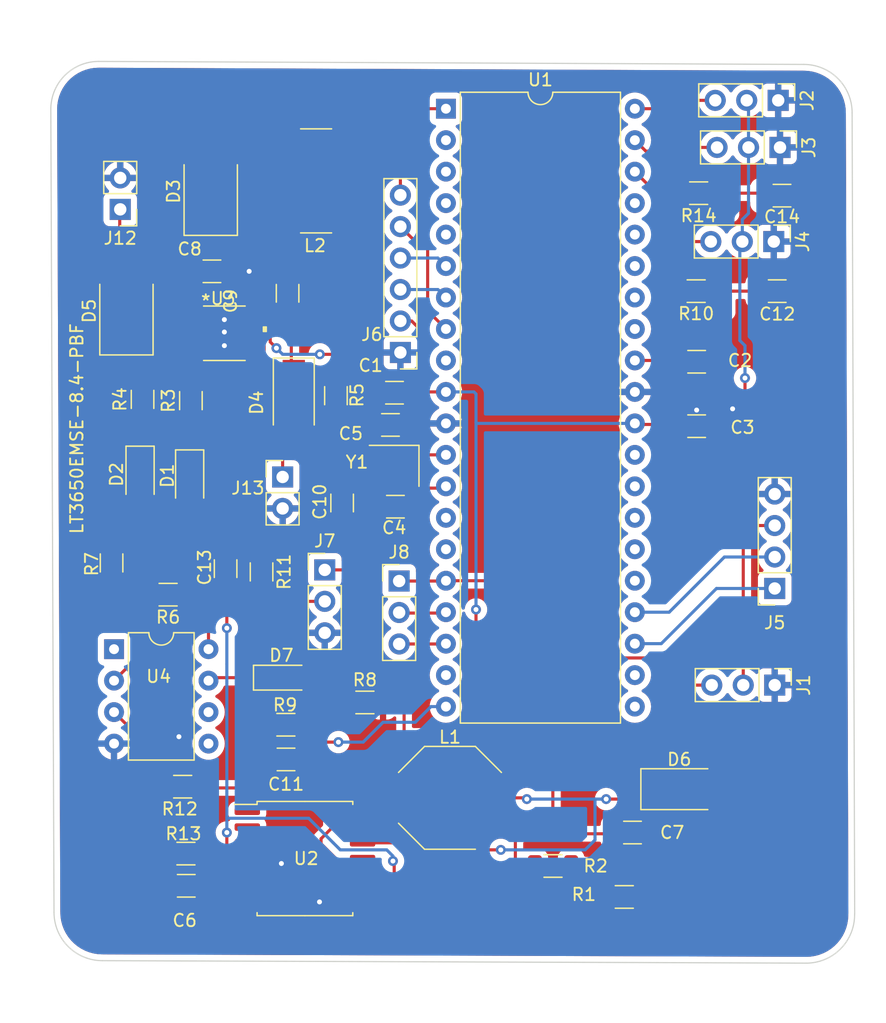
<source format=kicad_pcb>
(kicad_pcb (version 20211014) (generator pcbnew)
  (layers (0 "F.Cu" signal) (31 "B.Cu" signal) (34 "B.Paste" user) (35 "F.Paste" user) (36 "B.SilkS" user "B.Silkscreen") (37 "F.SilkS" user "F.Silkscreen") (38 "B.Mask" user) (39 "F.Mask" user) (44 "Edge.Cuts" user))
  (net 0 "")
  (net 1 "VCC")
  (net 2 "GND")
  (net 3 "Net-(C2-Pad1)")
  (net 4 "Net-(C9-Pad1)")
  (net 5 "Net-(C9-Pad2)")
  (net 6 "Net-(C4-Pad1)")
  (net 7 "Net-(D1-Pad1)")
  (net 8 "Net-(C8-Pad1)")
  (net 9 "Net-(D2-Pad1)")
  (net 10 "Net-(D5-Pad2)")
  (net 11 "Net-(D6-Pad1)")
  (net 12 "Net-(J2-Pad3)")
  (net 13 "Net-(J3-Pad3)")
  (net 14 "Net-(J4-Pad3)")
  (net 15 "Net-(J5-Pad1)")
  (net 16 "Net-(J5-Pad2)")
  (net 17 "Net-(J8-Pad2)")
  (net 18 "Net-(L2-Pad1)")
  (net 19 "Net-(R1-Pad2)")
  (net 20 "Net-(R3-Pad2)")
  (net 21 "Net-(R4-Pad2)")
  (net 22 "unconnected-(U1-Pad1)")
  (net 23 "Net-(C12-Pad2)")
  (net 24 "Net-(D7-Pad2)")
  (net 25 "Net-(J1-Pad3)")
  (net 26 "Net-(J6-Pad6)")
  (net 27 "Net-(D7-Pad1)")
  (net 30 "Net-(R6-Pad2)")
  (net 32 "Net-(C13-Pad2)")
  (net 36 "Net-(C11-Pad1)")
  (net 37 "Net-(C14-Pad2)")
  (net 38 "Net-(J6-Pad4)")
  (net 39 "Net-(J6-Pad5)")
  (net 40 "Net-(C5-Pad1)")
  (net 41 "Net-(U4-Pad3)")
  (net 57 "Net-(C10-Pad1)")
  (net 58 "Net-(U1-Pad7)")
  (net 59 "Net-(U1-Pad18)")
  (footprint "footprints:LT3650EMSE-8.4-PBF" (layer "F.Cu") (at 118.8 90.3)
    (fp_text reference "U3")
    (fp_text value "LT3650EMSE-8.4-PBF")
  )
  (footprint "Capacitor_SMD:C_1206_3216Metric" (layer "F.Cu") (at 117.8 85.3)
    (fp_text reference "C8")
    (fp_text value "10uF")
  )
  (footprint "Diode_SMD:D_SMB" (layer "F.Cu") (at 117.7 78.85 90)
    (fp_text reference "D3")
    (fp_text value "CMPSH3-40MA")
  )
  (footprint "Capacitor_SMD:C_1206_3216Metric" (layer "F.Cu") (at 118.9 109.3 90)
    (fp_text reference "C13")
    (fp_text value "1uF")
  )
  (footprint "Diode_SMD:D_SMB" (layer "F.Cu") (at 110.9 88.5 90)
    (fp_text reference "D5")
    (fp_text value "CMPSH3-40MA")
  )
  (footprint "Resistor_SMD:R_1206_3216Metric" (layer "F.Cu") (at 157.0625 78.9925 180)
    (fp_text reference "R14")
    (fp_text value "0/160")
  )
  (footprint "Connector_PinHeader_2.54mm:PinHeader_1x06_P2.54mm_Vertical" (layer "F.Cu") (at 133 91.85 180)
    (fp_text reference "J6")
    (fp_text value "SD Card Reader")
  )
  (footprint "Inductor_SMD:L_Bourns-SRN8040_8x8.15mm" (layer "F.Cu") (at 126.2 78 180)
    (fp_text reference "L2")
    (fp_text value "10uH")
  )
  (footprint "Package_SO:SOIC-14W_7.5x9mm_P1.27mm" (layer "F.Cu") (at 125.3 132.7)
    (fp_text reference "U2")
    (fp_text value "LM2574HVM-12")
  )
  (footprint "Inductor_SMD:L_Bourns-SRU8028_8.0x8.0mm" (layer "F.Cu") (at 137 127.8 180)
    (fp_text reference "L1")
    (fp_text value "330 uH")
  )
  (footprint "Resistor_SMD:R_1206_3216Metric" (layer "F.Cu") (at 145.3125 133.3)
    (fp_text reference "R2")
    (fp_text value "3.1k")
  )
  (footprint "Capacitor_SMD:C_1206_3216Metric" (layer "F.Cu") (at 132.6 104.3)
    (fp_text reference "C4")
    (fp_text value "22pF")
  )
  (footprint "Connector_PinHeader_2.54mm:PinHeader_1x03_P2.54mm_Vertical" (layer "F.Cu") (at 163.125 82.9 -90)
    (fp_text reference "J4")
    (fp_text value "Conn_01x03_Male")
  )
  (footprint "Resistor_SMD:R_1206_3216Metric" (layer "F.Cu") (at 130.1375 120.1)
    (fp_text reference "R8")
    (fp_text value "50k")
  )
  (footprint "Resistor_SMD:R_1206_3216Metric" (layer "F.Cu") (at 121.8 109.5625 -90)
    (fp_text reference "R11")
    (fp_text value "1k")
  )
  (footprint "Resistor_SMD:R_1206_3216Metric" (layer "F.Cu") (at 127.8 95.3375 -90)
    (fp_text reference "R5")
    (fp_text value "0.05")
  )
  (footprint "Resistor_SMD:R_1206_3216Metric" (layer "F.Cu") (at 114.2625 111.4 180)
    (fp_text reference "R6")
    (fp_text value "100k")
  )
  (footprint "Connector_PinHeader_2.54mm:PinHeader_1x02_P2.54mm_Vertical" (layer "F.Cu") (at 110.4 80.3 180)
    (fp_text reference "J12")
    (fp_text value "V Solar")
  )
  (footprint "Capacitor_SMD:C_1206_3216Metric" (layer "F.Cu") (at 115.725 134.9 180)
    (fp_text reference "C6")
    (fp_text value "22uF")
  )
  (footprint "Diode_SMD:D_1206_3216Metric" (layer "F.Cu") (at 116 102 -90)
    (fp_text reference "D1")
    (fp_text value "Red")
  )
  (footprint "Capacitor_SMD:C_1206_3216Metric" (layer "F.Cu") (at 123.9 87.075 -90)
    (fp_text reference "C9")
    (fp_text value "1uF")
  )
  (footprint "Connector_PinHeader_2.54mm:PinHeader_1x03_P2.54mm_Vertical" (layer "F.Cu") (at 163.48 71.5 -90)
    (fp_text reference "J2")
    (fp_text value "Conn_01x03_Male")
  )
  (footprint "Connector_PinHeader_2.54mm:PinHeader_1x03_P2.54mm_Vertical" (layer "F.Cu") (at 132.9 110.3)
    (fp_text reference "J8")
    (fp_text value "cell data headers")
  )
  (footprint "Capacitor_SMD:C_1206_3216Metric" (layer "F.Cu") (at 163.4 86.9 180)
    (fp_text reference "C12")
    (fp_text value "10uF")
  )
  (footprint "Capacitor_SMD:C_1206_3216Metric" (layer "F.Cu") (at 156.9 92.6)
    (fp_text reference "C2")
    (fp_text value "0.1uF")
  )
  (footprint "Resistor_SMD:R_1206_3216Metric" (layer "F.Cu") (at 156.8625 86.9 180)
    (fp_text reference "R10")
    (fp_text value "0/160")
  )
  (footprint "Capacitor_SMD:C_1206_3216Metric" (layer "F.Cu") (at 151.725 130.6)
    (fp_text reference "C7")
    (fp_text value "220uF")
  )
  (footprint "Capacitor_SMD:C_1206_3216Metric" (layer "F.Cu") (at 132.2 97.7 180)
    (fp_text reference "C5")
    (fp_text value "22pF")
  )
  (footprint "Resistor_SMD:R_1206_3216Metric" (layer "F.Cu") (at 112.2 95.6375 90)
    (fp_text reference "R4")
    (fp_text value "5.1k")
  )
  (footprint "Connector_PinHeader_2.54mm:PinHeader_1x03_P2.54mm_Vertical" (layer "F.Cu") (at 163.2 118.7 -90)
    (fp_text reference "J1")
    (fp_text value "Conn_01x03_Male")
  )
  (footprint "Capacitor_SMD:C_1206_3216Metric" (layer "F.Cu") (at 132.525 95.1 180)
    (fp_text reference "C1")
    (fp_text value "0.1uF")
  )
  (footprint "Crystal:Crystal_SMD_TXC_7M-4Pin_3.2x2.5mm" (layer "F.Cu") (at 132.5 101 180)
    (fp_text reference "Y1")
    (fp_text value "16MHz")
  )
  (footprint "Resistor_SMD:R_1206_3216Metric" (layer "F.Cu") (at 109.7 108.8375 -90)
    (fp_text reference "R7")
    (fp_text value "220k")
  )
  (footprint "Diode_SMD:D_1206_3216Metric" (layer "F.Cu") (at 112 101.7 -90)
    (fp_text reference "D2")
    (fp_text value "Green")
  )
  (footprint "Resistor_SMD:R_1206_3216Metric" (layer "F.Cu") (at 115.4375 126.9)
    (fp_text reference "R12")
    (fp_text value "0")
  )
  (footprint "Package_DIP:DIP-40_W15.24mm" (layer "F.Cu") (at 136.675 72.175)
    (fp_text reference "U1")
    (fp_text value "ATmega1284-P")
  )
  (footprint "Resistor_SMD:R_1206_3216Metric" (layer "F.Cu") (at 151.0625 135.8 180)
    (fp_text reference "R1")
    (fp_text value "1K")
  )
  (footprint "Connector_PinHeader_2.54mm:PinHeader_1x02_P2.54mm_Vertical" (layer "F.Cu") (at 123.5 101.9)
    (fp_text reference "J13")
    (fp_text value "V batt")
  )
  (footprint "Capacitor_SMD:C_1206_3216Metric" (layer "F.Cu") (at 163.7875 79.1925 180)
    (fp_text reference "C14")
    (fp_text value "10uF")
  )
  (footprint "Connector_PinHeader_2.54mm:PinHeader_1x03_P2.54mm_Vertical" (layer "F.Cu") (at 163.625 75.3 -90)
    (fp_text reference "J3")
    (fp_text value "Conn_01x03_Male")
  )
  (footprint "Capacitor_SMD:C_1206_3216Metric" (layer "F.Cu") (at 156.9 97.8 180)
    (fp_text reference "C3")
    (fp_text value "0.1uF")
  )
  (footprint "Resistor_SMD:R_1206_3216Metric" (layer "F.Cu") (at 115.7 132.3 180)
    (fp_text reference "R13")
    (fp_text value "0")
  )
  (footprint "Capacitor_SMD:C_1206_3216Metric" (layer "F.Cu") (at 123.775 124.7)
    (fp_text reference "C11")
    (fp_text value "10uF")
  )
  (footprint "Diode_SMD:D_SOD-123" (layer "F.Cu") (at 123.4 118.1)
    (fp_text reference "D7")
    (fp_text value "1V")
  )
  (footprint "Diode_SMD:D_SMA" (layer "F.Cu") (at 155.8 127.1)
    (fp_text reference "D6")
    (fp_text value "11DQ06")
  )
  (footprint "Resistor_SMD:R_1206_3216Metric" (layer "F.Cu") (at 123.7625 121.9 180)
    (fp_text reference "R9")
    (fp_text value "160")
  )
  (footprint "Package_DIP:DIP-8_W7.62mm" (layer "F.Cu") (at 109.9 115.8)
    (fp_text reference "U4")
    (fp_text value "LM311")
  )
  (footprint "Capacitor_SMD:C_1206_3216Metric" (layer "F.Cu") (at 128.3 104 -90)
    (fp_text reference "C10")
    (fp_text value "10uF")
  )
  (footprint "Connector_PinHeader_2.54mm:PinHeader_1x03_P2.54mm_Vertical" (layer "F.Cu") (at 126.9 109.4)
    (fp_text reference "J7")
    (fp_text value "cell power headers")
  )
  (footprint "Connector_PinSocket_2.54mm:PinSocket_1x04_P2.54mm_Vertical" (layer "F.Cu") (at 163.2 110.9 180)
    (fp_text reference "J5")
    (fp_text value "Conn_01x04_Female")
  )
  (footprint "Diode_SMD:D_SMA" (layer "F.Cu") (at 124.4 95.7 -90)
    (fp_text reference "D4")
    (fp_text value "CMPSH1-4")
  )
  (footprint "Resistor_SMD:R_1206_3216Metric" (layer "F.Cu") (at 116.1 95.7375 90)
    (fp_text reference "R3")
    (fp_text value "5.1k")
  )
  (gr_line (start 169.642279 137.242279) (end 169.65 137.142284) (layer "Edge.Cuts") (width 0.1))
  (gr_arc (start 104.8 72.2) (mid 105.935357 69.482169) (end 108.657722 68.357727) (layer "Edge.Cuts") (width 0.1))
  (gr_arc (start 108.957716 140.942284) (mid 106.2 139.8) (end 105.057716 137.042284) (layer "Edge.Cuts") (width 0.1))
  (gr_line (start 169.442279 72.5) (end 169.65 137.142284) (layer "Edge.Cuts") (width 0.1))
  (gr_line (start 105.057716 137.042284) (end 104.8 72.2) (layer "Edge.Cuts") (width 0.1))
  (gr_line (start 108.657722 68.357727) (end 165.542279 68.6) (layer "Edge.Cuts") (width 0.1))
  (gr_arc (start 165.542279 68.6) (mid 168.3 69.742279) (end 169.442279 72.5) (layer "Edge.Cuts") (width 0.1))
  (gr_line (start 165.742279 141.142279) (end 108.957716 140.942284) (layer "Edge.Cuts") (width 0.1))
  (gr_arc (start 169.642279 137.242279) (mid 168.5 140) (end 165.742279 141.142279) (layer "Edge.Cuts") (width 0.1))
  (segment (start 129.8 109.4) (end 126.9 109.4) (width 0.25) (layer "F.Cu") (net 1))
  (segment (start 160.66 103.56) (end 159.3 102.2) (width 0.25) (layer "F.Cu") (net 1))
  (segment (start 142.275 132.9) (end 142.275 130.7) (width 0.25) (layer "F.Cu") (net 1))
  (segment (start 130 117.7) (end 129.8 117.5) (width 0.25) (layer "F.Cu") (net 1))
  (segment (start 127.9 132.8) (end 127.9 136.8) (width 0.25) (layer "F.Cu") (net 1))
  (segment (start 129.8 117.5) (end 129.8 109.4) (width 0.25) (layer "F.Cu") (net 1))
  (segment (start 145.2 130.7) (end 145.3 130.6) (width 0.25) (layer "F.Cu") (net 1))
  (segment (start 142.675 133.3) (end 142.5375 133.1625) (width 0.25) (layer "F.Cu") (net 1))
  (segment (start 145.3 126.8) (end 145.1 126.6) (width 0.25) (layer "F.Cu") (net 1))
  (segment (start 145.3 130.6) (end 145.3 126.8) (width 0.25) (layer "F.Cu") (net 1))
  (segment (start 152.02 97.66) (end 153.96 97.66) (width 0.25) (layer "F.Cu") (net 1))
  (segment (start 131.4 127) (end 127.4 127) (width 0.25) (layer "F.Cu") (net 1))
  (segment (start 153.96 99.46) (end 154.1 99.6) (width 0.25) (layer "F.Cu") (net 1))
  (segment (start 127.9 136.8) (end 128.5 137.4) (width 0.25) (layer "F.Cu") (net 1))
  (segment (start 126.6 131.5) (end 127.9 132.8) (width 0.25) (layer "F.Cu") (net 1))
  (segment (start 142.5375 133.1625) (end 142.275 132.9) (width 0.25) (layer "F.Cu") (net 1))
  (segment (start 139.1 121.4) (end 140 122.3) (width 0.25) (layer "F.Cu") (net 1))
  (segment (start 134.065 95.035) (end 134 95.1) (width 0.25) (layer "F.Cu") (net 1))
  (segment (start 135.165 95.035) (end 134.065 95.035) (width 0.25) (layer "F.Cu") (net 1))
  (segment (start 126.6 131.1) (end 126.6 131.5) (width 0.25) (layer "F.Cu") (net 1))
  (segment (start 160.66 118.7) (end 160.66 105.94) (width 0.25) (layer "F.Cu") (net 1))
  (segment (start 145.2 130.7) (end 150.15 130.7) (width 0.25) (layer "F.Cu") (net 1))
  (segment (start 136.675 95.035) (end 135.165 95.035) (width 0.25) (layer "F.Cu") (net 1))
  (segment (start 143.85 133.3) (end 142.675 133.3) (width 0.25) (layer "F.Cu") (net 1))
  (segment (start 159.3 102.2) (end 159.3 99.6) (width 0.25) (layer "F.Cu") (net 1))
  (segment (start 133.3 122.6) (end 133.3 118) (width 0.25) (layer "F.Cu") (net 1))
  (segment (start 160.8 99) (end 160.8 93.915) (width 0.25) (layer "F.Cu") (net 1))
  (segment (start 142.275 130.7) (end 145.2 130.7) (width 0.25) (layer "F.Cu") (net 1))
  (segment (start 160.78 105.82) (end 160.66 105.94) (width 0.25) (layer "F.Cu") (net 1))
  (segment (start 139.1 121.4) (end 139.1 112.6) (width 0.25) (layer "F.Cu") (net 1))
  (segment (start 127.4 127) (end 117 127) (width 0.25) (layer "F.Cu") (net 1))
  (segment (start 135.165 95.035) (end 135.165 90.565) (width 0.25) (layer "F.Cu") (net 1))
  (segment (start 127.4 130.3) (end 126.6 131.1) (width 0.25) (layer "F.Cu") (net 1))
  (segment (start 160.2 99.6) (end 160.8 99) (width 0.25) (layer "F.Cu") (net 1))
  (segment (start 135.165 90.565) (end 133.91 89.31) (width 0.25) (layer "F.Cu") (net 1))
  (segment (start 133 117.7) (end 130 117.7) (width 0.25) (layer "F.Cu") (net 1))
  (segment (start 163.2 105.82) (end 160.78 105.82) (width 0.25) (layer "F.Cu") (net 1))
  (segment (start 131.6 127.8) (end 131.6 127.2) (width 0.25) (layer "F.Cu") (net 1))
  (segment (start 159.3 99.6) (end 160.2 99.6) (width 0.25) (layer "F.Cu") (net 1))
  (segment (start 153.96 97.66) (end 153.96 99.46) (width 0.25) (layer "F.Cu") (net 1))
  (segment (start 140 122.3) (end 139.5 122.8) (width 0.25) (layer "F.Cu") (net 1))
  (segment (start 155.285 97.66) (end 155.425 97.8) (width 0.25) (layer "F.Cu") (net 1))
  (segment (start 138.3 137.4) (end 142.5375 133.1625) (width 0.25) (layer "F.Cu") (net 1))
  (segment (start 160.66 105.94) (end 160.66 103.56) (width 0.25) (layer "F.Cu") (net 1))
  (segment (start 153.96 97.66) (end 155.285 97.66) (width 0.25) (layer "F.Cu") (net 1))
  (segment (start 150.15 130.7) (end 150.25 130.6) (width 0.25) (layer "F.Cu") (net 1))
  (segment (start 133.3 118) (end 133 117.7) (width 0.25) (layer "F.Cu") (net 1))
  (segment (start 144.3 126.6) (end 140 122.3) (width 0.25) (layer "F.Cu") (net 1))
  (segment (start 133.91 89.31) (end 133 89.31) (width 0.25) (layer "F.Cu") (net 1))
  (segment (start 154.1 99.6) (end 159.3 99.6) (width 0.25) (layer "F.Cu") (net 1))
  (segment (start 139.5 122.8) (end 133.5 122.8) (width 0.25) (layer "F.Cu") (net 1))
  (segment (start 133.5 122.8) (end 133.3 122.6) (width 0.25) (layer "F.Cu") (net 1))
  (segment (start 127.4 127) (end 127.4 130.3) (width 0.25) (layer "F.Cu") (net 1))
  (segment (start 131.6 127.2) (end 131.4 127) (width 0.25) (layer "F.Cu") (net 1))
  (segment (start 117 127) (end 116.9 126.9) (width 0.25) (layer "F.Cu") (net 1))
  (segment (start 145.1 126.6) (end 144.3 126.6) (width 0.25) (layer "F.Cu") (net 1))
  (segment (start 133.1 127.8) (end 131.6 127.8) (width 0.25) (layer "F.Cu") (net 1))
  (segment (start 128.5 137.4) (end 138.3 137.4) (width 0.25) (layer "F.Cu") (net 1))
  (via (at 160.8 93.915) (size 0.8) (drill 0.4) (layers "F.Cu" "B.Cu") (net 1))
  (via (at 139.1 112.6) (size 0.8) (drill 0.4) (layers "F.Cu" "B.Cu") (net 1))
  (segment (start 139.1 97.5) (end 139.1 95.2) (width 0.25) (layer "B.Cu") (net 1))
  (segment (start 161.085 80.615) (end 161.085 75.3) (width 0.25) (layer "B.Cu") (net 1))
  (segment (start 151.915 97.575) (end 139.175 97.575) (width 0.25) (layer "B.Cu") (net 1))
  (segment (start 139.1 95.2) (end 138.935 95.035) (width 0.25) (layer "B.Cu") (net 1))
  (segment (start 160.8 91.3) (end 160.385 90.885) (width 0.25) (layer "B.Cu") (net 1))
  (segment (start 160.585 81.115) (end 161.085 80.615) (width 0.25) (layer "B.Cu") (net 1))
  (segment (start 138.935 95.035) (end 136.675 95.035) (width 0.25) (layer "B.Cu") (net 1))
  (segment (start 161.085 71.645) (end 160.94 71.5) (width 0.25) (layer "B.Cu") (net 1))
  (segment (start 160.385 90.885) (end 160.385 83.2) (width 0.25) (layer "B.Cu") (net 1))
  (segment (start 161.085 75.3) (end 161.085 71.645) (width 0.25) (layer "B.Cu") (net 1))
  (segment (start 160.585 82.9) (end 160.585 81.115) (width 0.25) (layer "B.Cu") (net 1))
  (segment (start 139.1 112.6) (end 139.1 97.5) (width 0.25) (layer "B.Cu") (net 1))
  (segment (start 139.175 97.575) (end 139.1 97.5) (width 0.25) (layer "B.Cu") (net 1))
  (segment (start 160.8 93.915) (end 160.8 91.3) (width 0.25) (layer "B.Cu") (net 1))
  (via (at 159.8 96.4) (size 0.8) (drill 0.4) (layers "F.Cu" "B.Cu") (net 2))
  (via (at 120.8 85.3) (size 0.8) (drill 0.4) (layers "F.Cu" "B.Cu") (net 2))
  (via (at 118.8 91.3) (size 0.8) (drill 0.4) (layers "F.Cu" "B.Cu") (net 2))
  (via (at 118.8 89.2) (size 0.8) (drill 0.4) (layers "F.Cu" "B.Cu") (net 2))
  (via (at 156.9 96.5) (size 0.8) (drill 0.4) (layers "F.Cu" "B.Cu") (net 2))
  (via (at 126.475 136.2) (size 0.8) (drill 0.4) (layers "F.Cu" "B.Cu") (net 2))
  (via (at 118.8 90.2) (size 0.8) (drill 0.4) (layers "F.Cu" "B.Cu") (net 2))
  (via (at 123.4 133.1) (size 0.8) (drill 0.4) (layers "F.Cu" "B.Cu") (net 2))
  (via (at 115.135 122.865) (size 0.8) (drill 0.4) (layers "F.Cu" "B.Cu") (net 2))
  (segment (start 151.915 92.495) (end 155.32 92.495) (width 0.25) (layer "F.Cu") (net 3))
  (segment (start 155.32 92.495) (end 155.425 92.6) (width 0.25) (layer "F.Cu") (net 3))
  (segment (start 122.4 88.4) (end 122.4 85.6) (width 0.25) (layer "F.Cu") (net 4))
  (segment (start 121.01615 88.6744) (end 122.1256 88.6744) (width 0.25) (layer "F.Cu") (net 4))
  (segment (start 123.9 85.6) (end 122.4 85.6) (width 0.25) (layer "F.Cu") (net 4))
  (segment (start 117.7 83.4) (end 117.7 81) (width 0.25) (layer "F.Cu") (net 4))
  (segment (start 122.4 83.6) (end 122.2 83.4) (width 0.25) (layer "F.Cu") (net 4))
  (segment (start 122.4 83.6) (end 123.4 82.6) (width 0.25) (layer "F.Cu") (net 4))
  (segment (start 122.1256 88.6744) (end 122.4 88.4) (width 0.25) (layer "F.Cu") (net 4))
  (segment (start 123.4 82.6) (end 123.4 78) (width 0.25) (layer "F.Cu") (net 4))
  (segment (start 122.4 84.6) (end 122.4 83.6) (width 0.25) (layer "F.Cu") (net 4))
  (segment (start 122.2 83.4) (end 117.7 83.4) (width 0.25) (layer "F.Cu") (net 4))
  (segment (start 122.4 85.6) (end 122.4 84.6) (width 0.25) (layer "F.Cu") (net 4))
  (segment (start 121.01615 89.32464) (end 122.22464 89.32464) (width 0.25) (layer "F.Cu") (net 5))
  (segment (start 124 90.3) (end 124.2 90.3) (width 0.25) (layer "F.Cu") (net 5))
  (segment (start 123.9 88.55) (end 123.9 90.2) (width 0.25) (layer "F.Cu") (net 5))
  (segment (start 124.2 91) (end 124.2 90.3) (width 0.25) (layer "F.Cu") (net 5))
  (segment (start 122.22464 89.32464) (end 123.2 90.3) (width 0.25) (layer "F.Cu") (net 5))
  (segment (start 124.2 93.1) (end 124.2 91) (width 0.25) (layer "F.Cu") (net 5))
  (segment (start 123.2 90.3) (end 124 90.3) (width 0.25) (layer "F.Cu") (net 5))
  (segment (start 123.9 90.2) (end 124 90.3) (width 0.25) (layer "F.Cu") (net 5))
  (segment (start 136.675 102.655) (end 136.53 102.8) (width 0.25) (layer "F.Cu") (net 6))
  (segment (start 131.5 102.8) (end 131.4 102.7) (width 0.25) (layer "F.Cu") (net 6))
  (segment (start 131.1 103) (end 131.1 104.275) (width 0.25) (layer "F.Cu") (net 6))
  (segment (start 131.4 102.7) (end 131.1 103) (width 0.25) (layer "F.Cu") (net 6))
  (segment (start 131.4 102.7) (end 131.4 101.85) (width 0.25) (layer "F.Cu") (net 6))
  (segment (start 136.53 102.8) (end 131.5 102.8) (width 0.25) (layer "F.Cu") (net 6))
  (segment (start 131.1 104.275) (end 131.125 104.3) (width 0.25) (layer "F.Cu") (net 6))
  (segment (start 116 97.3) (end 116.1 97.2) (width 0.25) (layer "F.Cu") (net 7))
  (segment (start 116 100.6) (end 116 97.3) (width 0.25) (layer "F.Cu") (net 7))
  (segment (start 113.4 92.5) (end 114.2 91.7) (width 0.25) (layer "F.Cu") (net 8))
  (segment (start 116.58385 88.6744) (end 115.2256 88.6744) (width 0.25) (layer "F.Cu") (net 8))
  (segment (start 111.9 104.8) (end 111.9 103.2) (width 0.25) (layer "F.Cu") (net 8))
  (segment (start 114.2 89.9) (end 114.2 89.2) (width 0.25) (layer "F.Cu") (net 8))
  (segment (start 114.2 89.2) (end 114.2 88.8) (width 0.25) (layer "F.Cu") (net 8))
  (segment (start 115.2256 88.6744) (end 114.3256 88.6744) (width 0.25) (layer "F.Cu") (net 8))
  (segment (start 116.58385 89.97488) (end 114.27488 89.97488) (width 0.25) (layer "F.Cu") (net 8))
  (segment (start 109.7 93.7) (end 109.7 104) (width 0.25) (layer "F.Cu") (net 8))
  (segment (start 116.58385 89.32464) (end 114.32464 89.32464) (width 0.25) (layer "F.Cu") (net 8))
  (segment (start 114.32464 89.32464) (end 114.2 89.2) (width 0.25) (layer "F.Cu") (net 8))
  (segment (start 115.2256 88.6744) (end 115.2256 85.3744) (width 0.25) (layer "F.Cu") (net 8))
  (segment (start 116.1 103.5) (end 116 103.4) (width 0.25) (layer "F.Cu") (net 8))
  (segment (start 110.9 92.5) (end 109.7 93.7) (width 0.25) (layer "F.Cu") (net 8))
  (segment (start 111.9 104.8) (end 116.1 104.8) (width 0.25) (layer "F.Cu") (net 8))
  (segment (start 115.3 85.3) (end 116.325 85.3) (width 0.25) (layer "F.Cu") (net 8))
  (segment (start 114.3256 88.6744) (end 114.2 88.8) (width 0.25) (layer "F.Cu") (net 8))
  (segment (start 110.5 104.8) (end 111.9 104.8) (width 0.25) (layer "F.Cu") (net 8))
  (segment (start 109.7 104) (end 110.5 104.8) (width 0.25) (layer "F.Cu") (net 8))
  (segment (start 110.9 92.5) (end 113.4 92.5) (width 0.25) (layer "F.Cu") (net 8))
  (segment (start 110.9 90.65) (end 110.9 92.5) (width 0.25) (layer "F.Cu") (net 8))
  (segment (start 116.1 104.8) (end 116.1 103.5) (width 0.25) (layer "F.Cu") (net 8))
  (segment (start 111.9 103.2) (end 112 103.1) (width 0.25) (layer "F.Cu") (net 8))
  (segment (start 115.2256 85.3744) (end 115.3 85.3) (width 0.25) (layer "F.Cu") (net 8))
  (segment (start 114.2 91.7) (end 114.2 89.9) (width 0.25) (layer "F.Cu") (net 8))
  (segment (start 114.27488 89.97488) (end 114.2 89.9) (width 0.25) (layer "F.Cu") (net 8))
  (segment (start 112.2 100.1) (end 112.2 97.1) (width 0.25) (layer "F.Cu") (net 9))
  (segment (start 112 100.3) (end 112.2 100.1) (width 0.25) (layer "F.Cu") (net 9))
  (segment (start 110.9 86.35) (end 110.9 83.9) (width 0.25) (layer "F.Cu") (net 10))
  (segment (start 110.9 83.9) (end 110.36 83.36) (width 0.25) (layer "F.Cu") (net 10))
  (segment (start 110.36 83.36) (end 110.36 80.3) (width 0.25) (layer "F.Cu") (net 10))
  (segment (start 129.95 131.43) (end 132.53 131.43) (width 0.25) (layer "F.Cu") (net 11))
  (segment (start 132.53 131.43) (end 134 132.9) (width 0.25) (layer "F.Cu") (net 11))
  (segment (start 151.4 127.1) (end 153.8 127.1) (width 0.25) (layer "F.Cu") (net 11))
  (segment (start 149.6 127.9) (end 150.6 127.9) (width 0.25) (layer "F.Cu") (net 11))
  (segment (start 150.6 127.9) (end 151.4 127.1) (width 0.25) (layer "F.Cu") (net 11))
  (segment (start 139.1 132.9) (end 140 132) (width 0.25) (layer "F.Cu") (net 11))
  (segment (start 134 132.9) (end 139.1 132.9) (width 0.25) (layer "F.Cu") (net 11))
  (segment (start 140.9 127.8) (end 143.1 127.8) (width 0.25) (layer "F.Cu") (net 11))
  (segment (start 140 132) (end 141.1 132) (width 0.25) (layer "F.Cu") (net 11))
  (via (at 143.2 127.9) (size 0.8) (drill 0.4) (layers "F.Cu" "B.Cu") (net 11))
  (via (at 149.6 127.9) (size 0.8) (drill 0.4) (layers "F.Cu" "B.Cu") (net 11))
  (via (at 141.1 132) (size 0.8) (drill 0.4) (layers "F.Cu" "B.Cu") (net 11))
  (segment (start 148.2 127.9) (end 148.7 127.9) (width 0.25) (layer "B.Cu") (net 11))
  (segment (start 147.9 132) (end 141.1 132) (width 0.25) (layer "B.Cu") (net 11))
  (segment (start 143.2 127.9) (end 148.2 127.9) (width 0.25) (layer "B.Cu") (net 11))
  (segment (start 148.7 131.2) (end 147.9 132) (width 0.25) (layer "B.Cu") (net 11))
  (segment (start 148.7 127.9) (end 148.7 131.2) (width 0.25) (layer "B.Cu") (net 11))
  (segment (start 148.7 127.9) (end 149.2 127.9) (width 0.25) (layer "B.Cu") (net 11))
  (segment (start 149.2 127.9) (end 149.6 127.9) (width 0.25) (layer "B.Cu") (net 11))
  (segment (start 154.4 71.5) (end 153.7 72.2) (width 0.25) (layer "F.Cu") (net 12))
  (segment (start 153.675 72.175) (end 151.915 72.175) (width 0.25) (layer "F.Cu") (net 12))
  (segment (start 158.4 71.5) (end 154.4 71.5) (width 0.25) (layer "F.Cu") (net 12))
  (segment (start 153.7 72.2) (end 153.675 72.175) (width 0.25) (layer "F.Cu") (net 12))
  (segment (start 158.545 75.3) (end 157.1 75.3) (width 0.25) (layer "F.Cu") (net 13))
  (segment (start 157.1 75.3) (end 155.6 76.8) (width 0.25) (layer "F.Cu") (net 13))
  (segment (start 155.6 76.8) (end 155.6 78.9925) (width 0.25) (layer "F.Cu") (net 13))
  (segment (start 155.4 86.9) (end 155.4 83.8) (width 0.25) (layer "F.Cu") (net 14))
  (segment (start 156.3 82.9) (end 158.045 82.9) (width 0.25) (layer "F.Cu") (net 14))
  (segment (start 155.4 83.8) (end 156.3 82.9) (width 0.25) (layer "F.Cu") (net 14))
  (segment (start 163.2 110.9) (end 158.5 110.9) (width 0.25) (layer "B.Cu") (net 15))
  (segment (start 158.5 110.9) (end 154.045 115.355) (width 0.25) (layer "B.Cu") (net 15))
  (segment (start 154.045 115.355) (end 151.915 115.355) (width 0.25) (layer "B.Cu") (net 15))
  (segment (start 163.2 108.36) (end 159.14 108.36) (width 0.25) (layer "B.Cu") (net 16))
  (segment (start 159.14 108.36) (end 154.685 112.815) (width 0.25) (layer "B.Cu") (net 16))
  (segment (start 154.685 112.815) (end 151.915 112.815) (width 0.25) (layer "B.Cu") (net 16))
  (segment (start 136.605 112.885) (end 136.675 112.815) (width 0.25) (layer "F.Cu") (net 17))
  (segment (start 132.975 112.885) (end 136.605 112.885) (width 0.25) (layer "F.Cu") (net 17))
  (segment (start 122.5 91) (end 123 91.5) (width 0.25) (layer "F.Cu") (net 18))
  (segment (start 122.5 90.3) (end 122.5 91) (width 0.25) (layer "F.Cu") (net 18))
  (segment (start 129 90.8) (end 129 78) (width 0.25) (layer "F.Cu") (net 18))
  (segment (start 127.8 92) (end 127.8 93.875) (width 0.25) (layer "F.Cu") (net 18))
  (segment (start 121.01615 89.97488) (end 122.17488 89.97488) (width 0.25) (layer "F.Cu") (net 18))
  (segment (start 122.17488 89.97488) (end 122.5 90.3) (width 0.25) (layer "F.Cu") (net 18))
  (segment (start 127.8 92) (end 129 90.8) (width 0.25) (layer "F.Cu") (net 18))
  (segment (start 126.5 92) (end 127.8 92) (width 0.25) (layer "F.Cu") (net 18))
  (via (at 123 91.5) (size 0.8) (drill 0.4) (layers "F.Cu" "B.Cu") (net 18))
  (via (at 126.5 92) (size 0.8) (drill 0.4) (layers "F.Cu" "B.Cu") (net 18))
  (segment (start 123.5 92) (end 126.5 92) (width 0.25) (layer "B.Cu") (net 18))
  (segment (start 123 91.5) (end 123.5 92) (width 0.25) (layer "B.Cu") (net 18))
  (segment (start 148.175 133.2) (end 146.875 133.2) (width 0.25) (layer "F.Cu") (net 19))
  (segment (start 148.175 135.7) (end 148.175 136.4) (width 0.25) (layer "F.Cu") (net 19))
  (segment (start 149.5 135.7) (end 149.6 135.8) (width 0.25) (layer "F.Cu") (net 19))
  (segment (start 127.3 137.1) (end 127.3 133.025) (width 0.25) (layer "F.Cu") (net 19))
  (segment (start 148.175 135.7) (end 149.5 135.7) (width 0.25) (layer "F.Cu") (net 19))
  (segment (start 148.175 135.7) (end 148.175 133.2) (width 0.25) (layer "F.Cu") (net 19))
  (segment (start 127.3 133.025) (end 125.805 131.53) (width 0.25) (layer "F.Cu") (net 19))
  (segment (start 146.875 133.2) (end 146.775 133.3) (width 0.25) (layer "F.Cu") (net 19))
  (segment (start 148.175 136.4) (end 146.475 138.1) (width 0.25) (layer "F.Cu") (net 19))
  (segment (start 121.35 131.53) (end 121.25 131.43) (width 0.25) (layer "F.Cu") (net 19))
  (segment (start 146.475 138.1) (end 128.3 138.1) (width 0.25) (layer "F.Cu") (net 19))
  (segment (start 125.805 131.53) (end 121.35 131.53) (width 0.25) (layer "F.Cu") (net 19))
  (segment (start 128.3 138.1) (end 127.3 137.1) (width 0.25) (layer "F.Cu") (net 19))
  (segment (start 115.17464 91.27536) (end 116.58385 91.27536) (width 0.25) (layer "F.Cu") (net 20))
  (segment (start 116.025 93.325) (end 115.15 93.325) (width 0.25) (layer "F.Cu") (net 20))
  (segment (start 115.15 91.3) (end 115.17464 91.27536) (width 0.25) (layer "F.Cu") (net 20))
  (segment (start 115.15 93.325) (end 115.15 91.3) (width 0.25) (layer "F.Cu") (net 20))
  (segment (start 116.1 94.275) (end 116.1 93.4) (width 0.25) (layer "F.Cu") (net 20))
  (segment (start 116.1 93.4) (end 116.025 93.325) (width 0.25) (layer "F.Cu") (net 20))
  (segment (start 112.2 94.175) (end 112.425 94.175) (width 0.25) (layer "F.Cu") (net 21))
  (segment (start 114.72512 90.62512) (end 114.7 90.65024) (width 0.25) (layer "F.Cu") (net 21))
  (segment (start 112.2 94.175) (end 112.361396 94.175) (width 0.25) (layer "F.Cu") (net 21))
  (segment (start 112.361396 94.175) (end 114.7 91.836396) (width 0.25) (layer "F.Cu") (net 21))
  (segment (start 114.7 90.65024) (end 114.7 91.836396) (width 0.25) (layer "F.Cu") (net 21))
  (segment (start 114.72512 90.62512) (end 116.58385 90.62512) (width 0.25) (layer "F.Cu") (net 21))
  (segment (start 133 73.5) (end 134.325 72.175) (width 0.25) (layer "F.Cu") (net 22))
  (segment (start 134.325 72.175) (end 136.675 72.175) (width 0.25) (layer "F.Cu") (net 22))
  (segment (start 133 79.15) (end 133 73.5) (width 0.25) (layer "F.Cu") (net 22))
  (segment (start 159.4 88.6) (end 158.7 89.3) (width 0.25) (layer "F.Cu") (net 23))
  (segment (start 159.4 86.9) (end 159.9 86.9) (width 0.25) (layer "F.Cu") (net 23))
  (segment (start 158.6625 86.9) (end 159.4 86.9) (width 0.25) (layer "F.Cu") (net 23))
  (segment (start 159.9 86.9) (end 161.925 86.9) (width 0.25) (layer "F.Cu") (net 23))
  (segment (start 158.7 89.3) (end 154.8 89.3) (width 0.25) (layer "F.Cu") (net 23))
  (segment (start 154.8 89.3) (end 154 88.5) (width 0.25) (layer "F.Cu") (net 23))
  (segment (start 159.4 86.9) (end 159.4 88.6) (width 0.25) (layer "F.Cu") (net 23))
  (segment (start 154 79.34) (end 151.915 77.255) (width 0.25) (layer "F.Cu") (net 23))
  (segment (start 154 88.5) (end 154 79.34) (width 0.25) (layer "F.Cu") (net 23))
  (segment (start 128.4 120.1) (end 126.5 120.1) (width 0.25) (layer "F.Cu") (net 24))
  (segment (start 126.5 120.1) (end 126.5 121.6) (width 0.25) (layer "F.Cu") (net 24))
  (segment (start 126.5 118.1) (end 126.5 120.1) (width 0.25) (layer "F.Cu") (net 24))
  (segment (start 126.2 121.9) (end 125.225 121.9) (width 0.25) (layer "F.Cu") (net 24))
  (segment (start 126.5 121.6) (end 126.2 121.9) (width 0.25) (layer "F.Cu") (net 24))
  (segment (start 125.05 118.1) (end 126.5 118.1) (width 0.25) (layer "F.Cu") (net 24))
  (segment (start 158.12 118.7) (end 155.2 118.7) (width 0.25) (layer "F.Cu") (net 25))
  (segment (start 132.9 110.3) (end 136.65 110.3) (width 0.25) (layer "F.Cu") (net 25))
  (segment (start 143.5 110.3) (end 142.4 110.3) (width 0.25) (layer "F.Cu") (net 25))
  (segment (start 153.009301 116.509301) (end 149.709301 116.509301) (width 0.25) (layer "F.Cu") (net 25))
  (segment (start 149.709301 116.509301) (end 143.5 110.3) (width 0.25) (layer "F.Cu") (net 25))
  (segment (start 155.2 118.7) (end 153.009301 116.509301) (width 0.25) (layer "F.Cu") (net 25))
  (segment (start 142.4 110.3) (end 142.375 110.275) (width 0.25) (layer "F.Cu") (net 25))
  (segment (start 136.65 110.3) (end 136.675 110.275) (width 0.25) (layer "F.Cu") (net 25))
  (segment (start 142.375 110.275) (end 136.675 110.275) (width 0.25) (layer "F.Cu") (net 25))
  (segment (start 121.75 118.1) (end 119.9 118.1) (width 0.25) (layer "F.Cu") (net 27))
  (segment (start 119.9 118.1) (end 117.76 118.1) (width 0.25) (layer "F.Cu") (net 27))
  (segment (start 121.8 113.7) (end 121.8 111.025) (width 0.25) (layer "F.Cu") (net 27))
  (segment (start 119.9 118.1) (end 119.9 115.6) (width 0.25) (layer "F.Cu") (net 27))
  (segment (start 117.76 118.1) (end 117.52 118.34) (width 0.25) (layer "F.Cu") (net 27))
  (segment (start 119.9 115.6) (end 121.8 113.7) (width 0.25) (layer "F.Cu") (net 27))
  (segment (start 111.5 111.4) (end 109.7 111.4) (width 0.25) (layer "F.Cu") (net 30))
  (segment (start 111.5 116.74) (end 111.5 111.4) (width 0.25) (layer "F.Cu") (net 30))
  (segment (start 109.7 111.4) (end 109.7 110.3) (width 0.25) (layer "F.Cu") (net 30))
  (segment (start 112.8 111.4) (end 111.5 111.4) (width 0.25) (layer "F.Cu") (net 30))
  (segment (start 109.9 118.34) (end 111.5 116.74) (width 0.25) (layer "F.Cu") (net 30))
  (segment (start 117.3 135) (end 117.2 134.9) (width 0.25) (layer "F.Cu") (net 32))
  (segment (start 119 113) (end 119 114.1) (width 0.25) (layer "F.Cu") (net 32))
  (segment (start 117.3 112.8) (end 117.3 113) (width 0.25) (layer "F.Cu") (net 32))
  (segment (start 117.3 110) (end 117.3 112.8) (width 0.25) (layer "F.Cu") (net 32))
  (segment (start 117.5 107.8) (end 118.875 107.8) (width 0.25) (layer "F.Cu") (net 32))
  (segment (start 117.2 109.9) (end 117.2 107.9) (width 0.25) (layer "F.Cu") (net 32))
  (segment (start 117.3 113) (end 117.3 114.2) (width 0.25) (layer "F.Cu") (net 32))
  (segment (start 118.5 132.3) (end 118.5 134.9) (width 0.25) (layer "F.Cu") (net 32))
  (segment (start 132.43 133.97) (end 132.5 133.9) (width 0.25) (layer "F.Cu") (net 32))
  (segment (start 117.1625 132.3) (end 118.5 132.3) (width 0.25) (layer "F.Cu") (net 32))
  (segment (start 118.4 135) (end 117.3 135) (width 0.25) (layer "F.Cu") (net 32))
  (segment (start 119 132.3) (end 119 130.6) (width 0.25) (layer "F.Cu") (net 32))
  (segment (start 117.2 109.9) (end 117.3 110) (width 0.25) (layer "F.Cu") (net 32))
  (segment (start 121.5 106.6) (end 121.8 106.9) (width 0.25) (layer "F.Cu") (net 32))
  (segment (start 117.5 107.8) (end 117.5 106.6) (width 0.25) (layer "F.Cu") (net 32))
  (segment (start 117.3 113) (end 119 113) (width 0.25) (layer "F.Cu") (net 32))
  (segment (start 132.5 133) (end 132.4 132.9) (width 0.25) (layer "F.Cu") (net 32))
  (segment (start 118.5 134.9) (end 118.4 135) (width 0.25) (layer "F.Cu") (net 32))
  (segment (start 117.3 107.8) (end 117.5 107.8) (width 0.25) (layer "F.Cu") (net 32))
  (segment (start 115.6 111.275) (end 115.725 111.4) (width 0.25) (layer "F.Cu") (net 32))
  (segment (start 132.5 133.9) (end 132.5 133) (width 0.25) (layer "F.Cu") (net 32))
  (segment (start 117.52 114.42) (end 117.52 115.8) (width 0.25) (layer "F.Cu") (net 32))
  (segment (start 118.875 107.8) (end 118.9 107.825) (width 0.25) (layer "F.Cu") (net 32))
  (segment (start 121.8 106.9) (end 121.8 108.1) (width 0.25) (layer "F.Cu") (net 32))
  (segment (start 117.2 107.9) (end 117.3 107.8) (width 0.25) (layer "F.Cu") (net 32))
  (segment (start 115.6 109.9) (end 115.6 111.275) (width 0.25) (layer "F.Cu") (net 32))
  (segment (start 129.95 133.97) (end 132.43 133.97) (width 0.25) (layer "F.Cu") (net 32))
  (segment (start 117.3 114.2) (end 117.52 114.42) (width 0.25) (layer "F.Cu") (net 32))
  (segment (start 115.6 109.9) (end 117.2 109.9) (width 0.25) (layer "F.Cu") (net 32))
  (segment (start 117.5 106.6) (end 121.5 106.6) (width 0.25) (layer "F.Cu") (net 32))
  (segment (start 118.5 132.3) (end 119 132.3) (width 0.25) (layer "F.Cu") (net 32))
  (via (at 119 130.6) (size 0.8) (drill 0.4) (layers "F.Cu" "B.Cu") (net 32))
  (via (at 119 114.1) (size 0.8) (drill 0.4) (layers "F.Cu" "B.Cu") (net 32))
  (via (at 132.4 132.9) (size 0.8) (drill 0.4) (layers "F.Cu" "B.Cu") (net 32))
  (segment (start 119 117) (end 119 114.1) (width 0.25) (layer "B.Cu") (net 32))
  (segment (start 128.153248 132) (end 131.7 132) (width 0.25) (layer "B.Cu") (net 32))
  (segment (start 127.576624 131.423376) (end 125.6 129.446752) (width 0.25) (layer "B.Cu") (net 32))
  (segment (start 131.7 132) (end 131.9 132) (width 0.25) (layer "B.Cu") (net 32))
  (segment (start 127.576624 131.423376) (end 128.153248 132) (width 0.25) (layer "B.Cu") (net 32))
  (segment (start 119 130.6) (end 119 129.4) (width 0.25) (layer "B.Cu") (net 32))
  (segment (start 132.4 132.5) (end 132.4 132.9) (width 0.25) (layer "B.Cu") (net 32))
  (segment (start 119.046752 129.446752) (end 119 129.4) (width 0.25) (layer "B.Cu") (net 32))
  (segment (start 131.9 132) (end 132.4 132.5) (width 0.25) (layer "B.Cu") (net 32))
  (segment (start 125.6 129.446752) (end 119.046752 129.446752) (width 0.25) (layer "B.Cu") (net 32))
  (segment (start 119 129.4) (end 119 117) (width 0.25) (layer "B.Cu") (net 32))
  (segment (start 122.3 123.3) (end 122.3 124.7) (width 0.25) (layer "F.Cu") (net 36))
  (segment (start 122.3 121.9) (end 122.3 123.3) (width 0.25) (layer "F.Cu") (net 36))
  (segment (start 122.3 123.3) (end 128 123.3) (width 0.25) (layer "F.Cu") (net 36))
  (via (at 128 123.3) (size 0.8) (drill 0.4) (layers "F.Cu" "B.Cu") (net 36))
  (segment (start 135.465 120.435) (end 136.675 120.435) (width 0.25) (layer "B.Cu") (net 36))
  (segment (start 130 123.3) (end 131.6 121.7) (width 0.25) (layer "B.Cu") (net 36))
  (segment (start 134.2 121.7) (end 135.465 120.435) (width 0.25) (layer "B.Cu") (net 36))
  (segment (start 131.6 121.7) (end 134.2 121.7) (width 0.25) (layer "B.Cu") (net 36))
  (segment (start 128 123.3) (end 130 123.3) (width 0.25) (layer "B.Cu") (net 36))
  (segment (start 159.7 80.7) (end 154.9 80.7) (width 0.25) (layer "F.Cu") (net 37))
  (segment (start 153.7 75.6) (end 152.8 75.6) (width 0.25) (layer "F.Cu") (net 37))
  (segment (start 154.5 76.4) (end 153.7 75.6) (width 0.25) (layer "F.Cu") (net 37))
  (segment (start 154.5 80.3) (end 154.5 76.4) (width 0.25) (layer "F.Cu") (net 37))
  (segment (start 159.7075 78.9925) (end 159.7075 80.6925) (width 0.25) (layer "F.Cu") (net 37))
  (segment (start 162.3125 79.1925) (end 162.1125 78.9925) (width 0.25) (layer "F.Cu") (net 37))
  (segment (start 152.8 75.6) (end 151.915 74.715) (width 0.25) (layer "F.Cu") (net 37))
  (segment (start 154.9 80.7) (end 154.5 80.3) (width 0.25) (layer "F.Cu") (net 37))
  (segment (start 159.7075 78.9925) (end 158.525 78.9925) (width 0.25) (layer "F.Cu") (net 37))
  (segment (start 159.7075 80.6925) (end 159.7 80.7) (width 0.25) (layer "F.Cu") (net 37))
  (segment (start 162.1125 78.9925) (end 159.7075 78.9925) (width 0.25) (layer "F.Cu") (net 37))
  (segment (start 133 84.23) (end 136.03 84.23) (width 0.25) (layer "B.Cu") (net 38))
  (segment (start 136.03 84.23) (end 136.675 84.875) (width 0.25) (layer "B.Cu") (net 38))
  (segment (start 135 83.3) (end 135.2 83.5) (width 0.25) (layer "F.Cu") (net 39))
  (segment (start 135.2 88.48) (end 136.675 89.955) (width 0.25) (layer "F.Cu") (net 39))
  (segment (start 135.2 83.5) (end 135.2 88.48) (width 0.25) (layer "F.Cu") (net 39))
  (segment (start 134.61 83.3) (end 135 83.3) (width 0.25) (layer "F.Cu") (net 39))
  (segment (start 133 81.69) (end 134.61 83.3) (width 0.25) (layer "F.Cu") (net 39))
  (segment (start 133.635 100.115) (end 133.6 100.15) (width 0.25) (layer "F.Cu") (net 40))
  (segment (start 136.675 100.115) (end 133.635 100.115) (width 0.25) (layer "F.Cu") (net 40))
  (segment (start 133.6 97.775) (end 133.675 97.7) (width 0.25) (layer "F.Cu") (net 40))
  (segment (start 133.6 100.15) (end 133.6 97.775) (width 0.25) (layer "F.Cu") (net 40))
  (segment (start 111.72 126.12) (end 112.5 126.9) (width 0.25) (layer "F.Cu") (net 41))
  (segment (start 111.72 122.7) (end 111.72 126.12) (width 0.25) (layer "F.Cu") (net 41))
  (segment (start 112.5 126.9) (end 113.975 126.9) (width 0.25) (layer "F.Cu") (net 41))
  (segment (start 109.9 120.88) (end 111.72 122.7) (width 0.25) (layer "F.Cu") (net 41))
  (segment (start 127.75 99.45) (end 127.8 99.4) (width 0.25) (layer "F.Cu") (net 57))
  (segment (start 122.0079 90.70012) (end 122.0079 98.8079) (width 0.25) (layer "F.Cu") (net 57))
  (segment (start 126.9 111.94) (end 124.46 111.94) (width 0.25) (layer "F.Cu") (net 57))
  (segment (start 127.8 99.4) (end 127.8 96.8) (width 0.25) (layer "F.Cu") (net 57))
  (segment (start 126.25 99.45) (end 127.75 99.45) (width 0.25) (layer "F.Cu") (net 57))
  (segment (start 124.2 99.4) (end 124.15 99.45) (width 0.25) (layer "F.Cu") (net 57))
  (segment (start 124.15 99.45) (end 126.25 99.45) (width 0.25) (layer "F.Cu") (net 57))
  (segment (start 117.5 105.8) (end 108.2 105.8) (width 0.25) (layer "F.Cu") (net 57))
  (segment (start 122.25 99.05) (end 122.65 99.45) (width 0.25) (layer "F.Cu") (net 57))
  (segment (start 127.8 99.4) (end 128.3 99.9) (width 0.25) (layer "F.Cu") (net 57))
  (segment (start 108.2 105.8) (end 108.2 129) (width 0.25) (layer "F.Cu") (net 57))
  (segment (start 121.01615 90.62512) (end 121.9329 90.62512) (width 0.25) (layer "F.Cu") (net 57))
  (segment (start 123.45 99.45) (end 124.15 99.45) (width 0.25) (layer "F.Cu") (net 57))
  (segment (start 126.2 106.7) (end 126.25 106.65) (width 0.25) (layer "F.Cu") (net 57))
  (segment (start 119.4 102) (end 119.4 103.9) (width 0.25) (layer "F.Cu") (net 57))
  (segment (start 122.65 99.45) (end 123.45 99.45) (width 0.25) (layer "F.Cu") (net 57))
  (segment (start 123.5 99.5) (end 123.45 99.45) (width 0.25) (layer "F.Cu") (net 57))
  (segment (start 124.2 97.1) (end 124.2 99.4) (width 0.25) (layer "F.Cu") (net 57))
  (segment (start 124.5 106.7) (end 126.2 106.7) (width 0.25) (layer "F.Cu") (net 57))
  (segment (start 122.25 99.15) (end 122.25 99.05) (width 0.25) (layer "F.Cu") (net 57))
  (segment (start 119.4 103.9) (end 117.5 105.8) (width 0.25) (layer "F.Cu") (net 57))
  (segment (start 124.46 111.94) (end 124.4 112) (width 0.25) (layer "F.Cu") (net 57))
  (segment (start 124.3 106.9) (end 124.5 106.7) (width 0.25) (layer "F.Cu") (net 57))
  (segment (start 114.0875 132.15) (end 114.2375 132.3) (width 0.25) (layer "F.Cu") (net 57))
  (segment (start 119.4 102) (end 122.25 99.15) (width 0.25) (layer "F.Cu") (net 57))
  (segment (start 111.35 132.15) (end 114.0875 132.15) (width 0.25) (layer "F.Cu") (net 57))
  (segment (start 128.3 99.9) (end 128.3 102.525) (width 0.25) (layer "F.Cu") (net 57))
  (segment (start 124.3 111.9) (end 124.3 106.9) (width 0.25) (layer "F.Cu") (net 57))
  (segment (start 122.0079 98.8079) (end 122.25 99.05) (width 0.25) (layer "F.Cu") (net 57))
  (segment (start 123.5 101.9) (end 123.5 99.5) (width 0.25) (layer "F.Cu") (net 57))
  (segment (start 121.9329 90.62512) (end 122.0079 90.70012) (width 0.25) (layer "F.Cu") (net 57))
  (segment (start 124.4 112) (end 124.3 111.9) (width 0.25) (layer "F.Cu") (net 57))
  (segment (start 126.25 106.65) (end 126.25 99.45) (width 0.25) (layer "F.Cu") (net 57))
  (segment (start 108.2 129) (end 111.35 132.15) (width 0.25) (layer "F.Cu") (net 57))
  (segment (start 133 86.77) (end 136.03 86.77) (width 0.25) (layer "B.Cu") (net 58))
  (segment (start 136.03 86.77) (end 136.675 87.415) (width 0.25) (layer "B.Cu") (net 58))
  (segment (start 132.9 115.38) (end 136.65 115.38) (width 0.25) (layer "F.Cu") (net 59))
  (segment (start 136.65 115.38) (end 136.675 115.355) (width 0.25) (layer "F.Cu") (net 59))
  (zone (net 2) (net_name "GND") (layers F&B.Cu) (connect_pads (clearance 0.508)) (min_thickness 0.254) (fill yes (thermal_gap 0.508) (thermal_bridge_width 0.508))
    (polygon (pts (xy 170.7 63.4) (xy 172.2 138.5) (xy 172 145.5) (xy 153.9 146) (xy 100.7 145.8) (xy 100.8 63.6)))
  )
)
</source>
